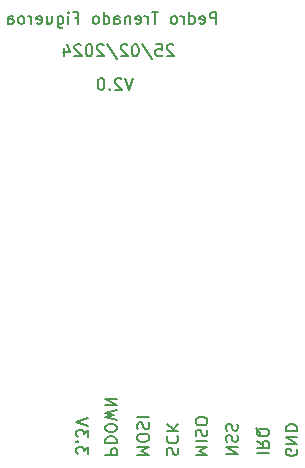
<source format=gbo>
G04 #@! TF.GenerationSoftware,KiCad,Pcbnew,7.0.9*
G04 #@! TF.CreationDate,2024-04-20T19:04:57+02:00*
G04 #@! TF.ProjectId,NFC_Programmer,4e46435f-5072-46f6-9772-616d6d65722e,3.0*
G04 #@! TF.SameCoordinates,Original*
G04 #@! TF.FileFunction,Legend,Bot*
G04 #@! TF.FilePolarity,Positive*
%FSLAX46Y46*%
G04 Gerber Fmt 4.6, Leading zero omitted, Abs format (unit mm)*
G04 Created by KiCad (PCBNEW 7.0.9) date 2024-04-20 19:04:57*
%MOMM*%
%LPD*%
G01*
G04 APERTURE LIST*
%ADD10C,0.153000*%
%ADD11C,3.000000*%
%ADD12R,1.700000X1.700000*%
%ADD13O,1.700000X1.700000*%
G04 APERTURE END LIST*
D10*
X138150336Y-106796485D02*
X138150336Y-106177438D01*
X138150336Y-106177438D02*
X137769384Y-106510771D01*
X137769384Y-106510771D02*
X137769384Y-106367914D01*
X137769384Y-106367914D02*
X137721765Y-106272676D01*
X137721765Y-106272676D02*
X137674146Y-106225057D01*
X137674146Y-106225057D02*
X137578908Y-106177438D01*
X137578908Y-106177438D02*
X137340813Y-106177438D01*
X137340813Y-106177438D02*
X137245575Y-106225057D01*
X137245575Y-106225057D02*
X137197956Y-106272676D01*
X137197956Y-106272676D02*
X137150336Y-106367914D01*
X137150336Y-106367914D02*
X137150336Y-106653628D01*
X137150336Y-106653628D02*
X137197956Y-106748866D01*
X137197956Y-106748866D02*
X137245575Y-106796485D01*
X137245575Y-105748866D02*
X137197956Y-105701247D01*
X137197956Y-105701247D02*
X137150336Y-105748866D01*
X137150336Y-105748866D02*
X137197956Y-105796485D01*
X137197956Y-105796485D02*
X137245575Y-105748866D01*
X137245575Y-105748866D02*
X137150336Y-105748866D01*
X138150336Y-105367914D02*
X138150336Y-104748867D01*
X138150336Y-104748867D02*
X137769384Y-105082200D01*
X137769384Y-105082200D02*
X137769384Y-104939343D01*
X137769384Y-104939343D02*
X137721765Y-104844105D01*
X137721765Y-104844105D02*
X137674146Y-104796486D01*
X137674146Y-104796486D02*
X137578908Y-104748867D01*
X137578908Y-104748867D02*
X137340813Y-104748867D01*
X137340813Y-104748867D02*
X137245575Y-104796486D01*
X137245575Y-104796486D02*
X137197956Y-104844105D01*
X137197956Y-104844105D02*
X137150336Y-104939343D01*
X137150336Y-104939343D02*
X137150336Y-105225057D01*
X137150336Y-105225057D02*
X137197956Y-105320295D01*
X137197956Y-105320295D02*
X137245575Y-105367914D01*
X138150336Y-104463152D02*
X137150336Y-104129819D01*
X137150336Y-104129819D02*
X138150336Y-103796486D01*
X142300336Y-106851247D02*
X143300336Y-106851247D01*
X143300336Y-106851247D02*
X142586051Y-106517914D01*
X142586051Y-106517914D02*
X143300336Y-106184581D01*
X143300336Y-106184581D02*
X142300336Y-106184581D01*
X143300336Y-105517914D02*
X143300336Y-105327438D01*
X143300336Y-105327438D02*
X143252717Y-105232200D01*
X143252717Y-105232200D02*
X143157479Y-105136962D01*
X143157479Y-105136962D02*
X142967003Y-105089343D01*
X142967003Y-105089343D02*
X142633670Y-105089343D01*
X142633670Y-105089343D02*
X142443194Y-105136962D01*
X142443194Y-105136962D02*
X142347956Y-105232200D01*
X142347956Y-105232200D02*
X142300336Y-105327438D01*
X142300336Y-105327438D02*
X142300336Y-105517914D01*
X142300336Y-105517914D02*
X142347956Y-105613152D01*
X142347956Y-105613152D02*
X142443194Y-105708390D01*
X142443194Y-105708390D02*
X142633670Y-105756009D01*
X142633670Y-105756009D02*
X142967003Y-105756009D01*
X142967003Y-105756009D02*
X143157479Y-105708390D01*
X143157479Y-105708390D02*
X143252717Y-105613152D01*
X143252717Y-105613152D02*
X143300336Y-105517914D01*
X142347956Y-104708390D02*
X142300336Y-104565533D01*
X142300336Y-104565533D02*
X142300336Y-104327438D01*
X142300336Y-104327438D02*
X142347956Y-104232200D01*
X142347956Y-104232200D02*
X142395575Y-104184581D01*
X142395575Y-104184581D02*
X142490813Y-104136962D01*
X142490813Y-104136962D02*
X142586051Y-104136962D01*
X142586051Y-104136962D02*
X142681289Y-104184581D01*
X142681289Y-104184581D02*
X142728908Y-104232200D01*
X142728908Y-104232200D02*
X142776527Y-104327438D01*
X142776527Y-104327438D02*
X142824146Y-104517914D01*
X142824146Y-104517914D02*
X142871765Y-104613152D01*
X142871765Y-104613152D02*
X142919384Y-104660771D01*
X142919384Y-104660771D02*
X143014622Y-104708390D01*
X143014622Y-104708390D02*
X143109860Y-104708390D01*
X143109860Y-104708390D02*
X143205098Y-104660771D01*
X143205098Y-104660771D02*
X143252717Y-104613152D01*
X143252717Y-104613152D02*
X143300336Y-104517914D01*
X143300336Y-104517914D02*
X143300336Y-104279819D01*
X143300336Y-104279819D02*
X143252717Y-104136962D01*
X142300336Y-103708390D02*
X143300336Y-103708390D01*
X141904104Y-74979663D02*
X141570771Y-75979663D01*
X141570771Y-75979663D02*
X141237438Y-74979663D01*
X140951723Y-75074901D02*
X140904104Y-75027282D01*
X140904104Y-75027282D02*
X140808866Y-74979663D01*
X140808866Y-74979663D02*
X140570771Y-74979663D01*
X140570771Y-74979663D02*
X140475533Y-75027282D01*
X140475533Y-75027282D02*
X140427914Y-75074901D01*
X140427914Y-75074901D02*
X140380295Y-75170139D01*
X140380295Y-75170139D02*
X140380295Y-75265377D01*
X140380295Y-75265377D02*
X140427914Y-75408234D01*
X140427914Y-75408234D02*
X140999342Y-75979663D01*
X140999342Y-75979663D02*
X140380295Y-75979663D01*
X139951723Y-75884424D02*
X139904104Y-75932044D01*
X139904104Y-75932044D02*
X139951723Y-75979663D01*
X139951723Y-75979663D02*
X139999342Y-75932044D01*
X139999342Y-75932044D02*
X139951723Y-75884424D01*
X139951723Y-75884424D02*
X139951723Y-75979663D01*
X139285057Y-74979663D02*
X139189819Y-74979663D01*
X139189819Y-74979663D02*
X139094581Y-75027282D01*
X139094581Y-75027282D02*
X139046962Y-75074901D01*
X139046962Y-75074901D02*
X138999343Y-75170139D01*
X138999343Y-75170139D02*
X138951724Y-75360615D01*
X138951724Y-75360615D02*
X138951724Y-75598710D01*
X138951724Y-75598710D02*
X138999343Y-75789186D01*
X138999343Y-75789186D02*
X139046962Y-75884424D01*
X139046962Y-75884424D02*
X139094581Y-75932044D01*
X139094581Y-75932044D02*
X139189819Y-75979663D01*
X139189819Y-75979663D02*
X139285057Y-75979663D01*
X139285057Y-75979663D02*
X139380295Y-75932044D01*
X139380295Y-75932044D02*
X139427914Y-75884424D01*
X139427914Y-75884424D02*
X139475533Y-75789186D01*
X139475533Y-75789186D02*
X139523152Y-75598710D01*
X139523152Y-75598710D02*
X139523152Y-75360615D01*
X139523152Y-75360615D02*
X139475533Y-75170139D01*
X139475533Y-75170139D02*
X139427914Y-75074901D01*
X139427914Y-75074901D02*
X139380295Y-75027282D01*
X139380295Y-75027282D02*
X139285057Y-74979663D01*
X145358866Y-72214901D02*
X145311247Y-72167282D01*
X145311247Y-72167282D02*
X145216009Y-72119663D01*
X145216009Y-72119663D02*
X144977914Y-72119663D01*
X144977914Y-72119663D02*
X144882676Y-72167282D01*
X144882676Y-72167282D02*
X144835057Y-72214901D01*
X144835057Y-72214901D02*
X144787438Y-72310139D01*
X144787438Y-72310139D02*
X144787438Y-72405377D01*
X144787438Y-72405377D02*
X144835057Y-72548234D01*
X144835057Y-72548234D02*
X145406485Y-73119663D01*
X145406485Y-73119663D02*
X144787438Y-73119663D01*
X143882676Y-72119663D02*
X144358866Y-72119663D01*
X144358866Y-72119663D02*
X144406485Y-72595853D01*
X144406485Y-72595853D02*
X144358866Y-72548234D01*
X144358866Y-72548234D02*
X144263628Y-72500615D01*
X144263628Y-72500615D02*
X144025533Y-72500615D01*
X144025533Y-72500615D02*
X143930295Y-72548234D01*
X143930295Y-72548234D02*
X143882676Y-72595853D01*
X143882676Y-72595853D02*
X143835057Y-72691091D01*
X143835057Y-72691091D02*
X143835057Y-72929186D01*
X143835057Y-72929186D02*
X143882676Y-73024424D01*
X143882676Y-73024424D02*
X143930295Y-73072044D01*
X143930295Y-73072044D02*
X144025533Y-73119663D01*
X144025533Y-73119663D02*
X144263628Y-73119663D01*
X144263628Y-73119663D02*
X144358866Y-73072044D01*
X144358866Y-73072044D02*
X144406485Y-73024424D01*
X142692200Y-72072044D02*
X143549342Y-73357758D01*
X142168390Y-72119663D02*
X142073152Y-72119663D01*
X142073152Y-72119663D02*
X141977914Y-72167282D01*
X141977914Y-72167282D02*
X141930295Y-72214901D01*
X141930295Y-72214901D02*
X141882676Y-72310139D01*
X141882676Y-72310139D02*
X141835057Y-72500615D01*
X141835057Y-72500615D02*
X141835057Y-72738710D01*
X141835057Y-72738710D02*
X141882676Y-72929186D01*
X141882676Y-72929186D02*
X141930295Y-73024424D01*
X141930295Y-73024424D02*
X141977914Y-73072044D01*
X141977914Y-73072044D02*
X142073152Y-73119663D01*
X142073152Y-73119663D02*
X142168390Y-73119663D01*
X142168390Y-73119663D02*
X142263628Y-73072044D01*
X142263628Y-73072044D02*
X142311247Y-73024424D01*
X142311247Y-73024424D02*
X142358866Y-72929186D01*
X142358866Y-72929186D02*
X142406485Y-72738710D01*
X142406485Y-72738710D02*
X142406485Y-72500615D01*
X142406485Y-72500615D02*
X142358866Y-72310139D01*
X142358866Y-72310139D02*
X142311247Y-72214901D01*
X142311247Y-72214901D02*
X142263628Y-72167282D01*
X142263628Y-72167282D02*
X142168390Y-72119663D01*
X141454104Y-72214901D02*
X141406485Y-72167282D01*
X141406485Y-72167282D02*
X141311247Y-72119663D01*
X141311247Y-72119663D02*
X141073152Y-72119663D01*
X141073152Y-72119663D02*
X140977914Y-72167282D01*
X140977914Y-72167282D02*
X140930295Y-72214901D01*
X140930295Y-72214901D02*
X140882676Y-72310139D01*
X140882676Y-72310139D02*
X140882676Y-72405377D01*
X140882676Y-72405377D02*
X140930295Y-72548234D01*
X140930295Y-72548234D02*
X141501723Y-73119663D01*
X141501723Y-73119663D02*
X140882676Y-73119663D01*
X139739819Y-72072044D02*
X140596961Y-73357758D01*
X139454104Y-72214901D02*
X139406485Y-72167282D01*
X139406485Y-72167282D02*
X139311247Y-72119663D01*
X139311247Y-72119663D02*
X139073152Y-72119663D01*
X139073152Y-72119663D02*
X138977914Y-72167282D01*
X138977914Y-72167282D02*
X138930295Y-72214901D01*
X138930295Y-72214901D02*
X138882676Y-72310139D01*
X138882676Y-72310139D02*
X138882676Y-72405377D01*
X138882676Y-72405377D02*
X138930295Y-72548234D01*
X138930295Y-72548234D02*
X139501723Y-73119663D01*
X139501723Y-73119663D02*
X138882676Y-73119663D01*
X138263628Y-72119663D02*
X138168390Y-72119663D01*
X138168390Y-72119663D02*
X138073152Y-72167282D01*
X138073152Y-72167282D02*
X138025533Y-72214901D01*
X138025533Y-72214901D02*
X137977914Y-72310139D01*
X137977914Y-72310139D02*
X137930295Y-72500615D01*
X137930295Y-72500615D02*
X137930295Y-72738710D01*
X137930295Y-72738710D02*
X137977914Y-72929186D01*
X137977914Y-72929186D02*
X138025533Y-73024424D01*
X138025533Y-73024424D02*
X138073152Y-73072044D01*
X138073152Y-73072044D02*
X138168390Y-73119663D01*
X138168390Y-73119663D02*
X138263628Y-73119663D01*
X138263628Y-73119663D02*
X138358866Y-73072044D01*
X138358866Y-73072044D02*
X138406485Y-73024424D01*
X138406485Y-73024424D02*
X138454104Y-72929186D01*
X138454104Y-72929186D02*
X138501723Y-72738710D01*
X138501723Y-72738710D02*
X138501723Y-72500615D01*
X138501723Y-72500615D02*
X138454104Y-72310139D01*
X138454104Y-72310139D02*
X138406485Y-72214901D01*
X138406485Y-72214901D02*
X138358866Y-72167282D01*
X138358866Y-72167282D02*
X138263628Y-72119663D01*
X137549342Y-72214901D02*
X137501723Y-72167282D01*
X137501723Y-72167282D02*
X137406485Y-72119663D01*
X137406485Y-72119663D02*
X137168390Y-72119663D01*
X137168390Y-72119663D02*
X137073152Y-72167282D01*
X137073152Y-72167282D02*
X137025533Y-72214901D01*
X137025533Y-72214901D02*
X136977914Y-72310139D01*
X136977914Y-72310139D02*
X136977914Y-72405377D01*
X136977914Y-72405377D02*
X137025533Y-72548234D01*
X137025533Y-72548234D02*
X137596961Y-73119663D01*
X137596961Y-73119663D02*
X136977914Y-73119663D01*
X136120771Y-72452996D02*
X136120771Y-73119663D01*
X136358866Y-72072044D02*
X136596961Y-72786329D01*
X136596961Y-72786329D02*
X135977914Y-72786329D01*
X155812717Y-106397438D02*
X155860336Y-106492676D01*
X155860336Y-106492676D02*
X155860336Y-106635533D01*
X155860336Y-106635533D02*
X155812717Y-106778390D01*
X155812717Y-106778390D02*
X155717479Y-106873628D01*
X155717479Y-106873628D02*
X155622241Y-106921247D01*
X155622241Y-106921247D02*
X155431765Y-106968866D01*
X155431765Y-106968866D02*
X155288908Y-106968866D01*
X155288908Y-106968866D02*
X155098432Y-106921247D01*
X155098432Y-106921247D02*
X155003194Y-106873628D01*
X155003194Y-106873628D02*
X154907956Y-106778390D01*
X154907956Y-106778390D02*
X154860336Y-106635533D01*
X154860336Y-106635533D02*
X154860336Y-106540295D01*
X154860336Y-106540295D02*
X154907956Y-106397438D01*
X154907956Y-106397438D02*
X154955575Y-106349819D01*
X154955575Y-106349819D02*
X155288908Y-106349819D01*
X155288908Y-106349819D02*
X155288908Y-106540295D01*
X154860336Y-105921247D02*
X155860336Y-105921247D01*
X155860336Y-105921247D02*
X154860336Y-105349819D01*
X154860336Y-105349819D02*
X155860336Y-105349819D01*
X154860336Y-104873628D02*
X155860336Y-104873628D01*
X155860336Y-104873628D02*
X155860336Y-104635533D01*
X155860336Y-104635533D02*
X155812717Y-104492676D01*
X155812717Y-104492676D02*
X155717479Y-104397438D01*
X155717479Y-104397438D02*
X155622241Y-104349819D01*
X155622241Y-104349819D02*
X155431765Y-104302200D01*
X155431765Y-104302200D02*
X155288908Y-104302200D01*
X155288908Y-104302200D02*
X155098432Y-104349819D01*
X155098432Y-104349819D02*
X155003194Y-104397438D01*
X155003194Y-104397438D02*
X154907956Y-104492676D01*
X154907956Y-104492676D02*
X154860336Y-104635533D01*
X154860336Y-104635533D02*
X154860336Y-104873628D01*
X139580336Y-106881247D02*
X140580336Y-106881247D01*
X140580336Y-106881247D02*
X140580336Y-106500295D01*
X140580336Y-106500295D02*
X140532717Y-106405057D01*
X140532717Y-106405057D02*
X140485098Y-106357438D01*
X140485098Y-106357438D02*
X140389860Y-106309819D01*
X140389860Y-106309819D02*
X140247003Y-106309819D01*
X140247003Y-106309819D02*
X140151765Y-106357438D01*
X140151765Y-106357438D02*
X140104146Y-106405057D01*
X140104146Y-106405057D02*
X140056527Y-106500295D01*
X140056527Y-106500295D02*
X140056527Y-106881247D01*
X139580336Y-105881247D02*
X140580336Y-105881247D01*
X140580336Y-105881247D02*
X140580336Y-105643152D01*
X140580336Y-105643152D02*
X140532717Y-105500295D01*
X140532717Y-105500295D02*
X140437479Y-105405057D01*
X140437479Y-105405057D02*
X140342241Y-105357438D01*
X140342241Y-105357438D02*
X140151765Y-105309819D01*
X140151765Y-105309819D02*
X140008908Y-105309819D01*
X140008908Y-105309819D02*
X139818432Y-105357438D01*
X139818432Y-105357438D02*
X139723194Y-105405057D01*
X139723194Y-105405057D02*
X139627956Y-105500295D01*
X139627956Y-105500295D02*
X139580336Y-105643152D01*
X139580336Y-105643152D02*
X139580336Y-105881247D01*
X140580336Y-104690771D02*
X140580336Y-104500295D01*
X140580336Y-104500295D02*
X140532717Y-104405057D01*
X140532717Y-104405057D02*
X140437479Y-104309819D01*
X140437479Y-104309819D02*
X140247003Y-104262200D01*
X140247003Y-104262200D02*
X139913670Y-104262200D01*
X139913670Y-104262200D02*
X139723194Y-104309819D01*
X139723194Y-104309819D02*
X139627956Y-104405057D01*
X139627956Y-104405057D02*
X139580336Y-104500295D01*
X139580336Y-104500295D02*
X139580336Y-104690771D01*
X139580336Y-104690771D02*
X139627956Y-104786009D01*
X139627956Y-104786009D02*
X139723194Y-104881247D01*
X139723194Y-104881247D02*
X139913670Y-104928866D01*
X139913670Y-104928866D02*
X140247003Y-104928866D01*
X140247003Y-104928866D02*
X140437479Y-104881247D01*
X140437479Y-104881247D02*
X140532717Y-104786009D01*
X140532717Y-104786009D02*
X140580336Y-104690771D01*
X140580336Y-103928866D02*
X139580336Y-103690771D01*
X139580336Y-103690771D02*
X140294622Y-103500295D01*
X140294622Y-103500295D02*
X139580336Y-103309819D01*
X139580336Y-103309819D02*
X140580336Y-103071724D01*
X139580336Y-102690771D02*
X140580336Y-102690771D01*
X140580336Y-102690771D02*
X139580336Y-102119343D01*
X139580336Y-102119343D02*
X140580336Y-102119343D01*
X148991247Y-70389663D02*
X148991247Y-69389663D01*
X148991247Y-69389663D02*
X148610295Y-69389663D01*
X148610295Y-69389663D02*
X148515057Y-69437282D01*
X148515057Y-69437282D02*
X148467438Y-69484901D01*
X148467438Y-69484901D02*
X148419819Y-69580139D01*
X148419819Y-69580139D02*
X148419819Y-69722996D01*
X148419819Y-69722996D02*
X148467438Y-69818234D01*
X148467438Y-69818234D02*
X148515057Y-69865853D01*
X148515057Y-69865853D02*
X148610295Y-69913472D01*
X148610295Y-69913472D02*
X148991247Y-69913472D01*
X147610295Y-70342044D02*
X147705533Y-70389663D01*
X147705533Y-70389663D02*
X147896009Y-70389663D01*
X147896009Y-70389663D02*
X147991247Y-70342044D01*
X147991247Y-70342044D02*
X148038866Y-70246805D01*
X148038866Y-70246805D02*
X148038866Y-69865853D01*
X148038866Y-69865853D02*
X147991247Y-69770615D01*
X147991247Y-69770615D02*
X147896009Y-69722996D01*
X147896009Y-69722996D02*
X147705533Y-69722996D01*
X147705533Y-69722996D02*
X147610295Y-69770615D01*
X147610295Y-69770615D02*
X147562676Y-69865853D01*
X147562676Y-69865853D02*
X147562676Y-69961091D01*
X147562676Y-69961091D02*
X148038866Y-70056329D01*
X146705533Y-70389663D02*
X146705533Y-69389663D01*
X146705533Y-70342044D02*
X146800771Y-70389663D01*
X146800771Y-70389663D02*
X146991247Y-70389663D01*
X146991247Y-70389663D02*
X147086485Y-70342044D01*
X147086485Y-70342044D02*
X147134104Y-70294424D01*
X147134104Y-70294424D02*
X147181723Y-70199186D01*
X147181723Y-70199186D02*
X147181723Y-69913472D01*
X147181723Y-69913472D02*
X147134104Y-69818234D01*
X147134104Y-69818234D02*
X147086485Y-69770615D01*
X147086485Y-69770615D02*
X146991247Y-69722996D01*
X146991247Y-69722996D02*
X146800771Y-69722996D01*
X146800771Y-69722996D02*
X146705533Y-69770615D01*
X146229342Y-70389663D02*
X146229342Y-69722996D01*
X146229342Y-69913472D02*
X146181723Y-69818234D01*
X146181723Y-69818234D02*
X146134104Y-69770615D01*
X146134104Y-69770615D02*
X146038866Y-69722996D01*
X146038866Y-69722996D02*
X145943628Y-69722996D01*
X145467437Y-70389663D02*
X145562675Y-70342044D01*
X145562675Y-70342044D02*
X145610294Y-70294424D01*
X145610294Y-70294424D02*
X145657913Y-70199186D01*
X145657913Y-70199186D02*
X145657913Y-69913472D01*
X145657913Y-69913472D02*
X145610294Y-69818234D01*
X145610294Y-69818234D02*
X145562675Y-69770615D01*
X145562675Y-69770615D02*
X145467437Y-69722996D01*
X145467437Y-69722996D02*
X145324580Y-69722996D01*
X145324580Y-69722996D02*
X145229342Y-69770615D01*
X145229342Y-69770615D02*
X145181723Y-69818234D01*
X145181723Y-69818234D02*
X145134104Y-69913472D01*
X145134104Y-69913472D02*
X145134104Y-70199186D01*
X145134104Y-70199186D02*
X145181723Y-70294424D01*
X145181723Y-70294424D02*
X145229342Y-70342044D01*
X145229342Y-70342044D02*
X145324580Y-70389663D01*
X145324580Y-70389663D02*
X145467437Y-70389663D01*
X144086484Y-69389663D02*
X143515056Y-69389663D01*
X143800770Y-70389663D02*
X143800770Y-69389663D01*
X143181722Y-70389663D02*
X143181722Y-69722996D01*
X143181722Y-69913472D02*
X143134103Y-69818234D01*
X143134103Y-69818234D02*
X143086484Y-69770615D01*
X143086484Y-69770615D02*
X142991246Y-69722996D01*
X142991246Y-69722996D02*
X142896008Y-69722996D01*
X142181722Y-70342044D02*
X142276960Y-70389663D01*
X142276960Y-70389663D02*
X142467436Y-70389663D01*
X142467436Y-70389663D02*
X142562674Y-70342044D01*
X142562674Y-70342044D02*
X142610293Y-70246805D01*
X142610293Y-70246805D02*
X142610293Y-69865853D01*
X142610293Y-69865853D02*
X142562674Y-69770615D01*
X142562674Y-69770615D02*
X142467436Y-69722996D01*
X142467436Y-69722996D02*
X142276960Y-69722996D01*
X142276960Y-69722996D02*
X142181722Y-69770615D01*
X142181722Y-69770615D02*
X142134103Y-69865853D01*
X142134103Y-69865853D02*
X142134103Y-69961091D01*
X142134103Y-69961091D02*
X142610293Y-70056329D01*
X141705531Y-69722996D02*
X141705531Y-70389663D01*
X141705531Y-69818234D02*
X141657912Y-69770615D01*
X141657912Y-69770615D02*
X141562674Y-69722996D01*
X141562674Y-69722996D02*
X141419817Y-69722996D01*
X141419817Y-69722996D02*
X141324579Y-69770615D01*
X141324579Y-69770615D02*
X141276960Y-69865853D01*
X141276960Y-69865853D02*
X141276960Y-70389663D01*
X140372198Y-70389663D02*
X140372198Y-69865853D01*
X140372198Y-69865853D02*
X140419817Y-69770615D01*
X140419817Y-69770615D02*
X140515055Y-69722996D01*
X140515055Y-69722996D02*
X140705531Y-69722996D01*
X140705531Y-69722996D02*
X140800769Y-69770615D01*
X140372198Y-70342044D02*
X140467436Y-70389663D01*
X140467436Y-70389663D02*
X140705531Y-70389663D01*
X140705531Y-70389663D02*
X140800769Y-70342044D01*
X140800769Y-70342044D02*
X140848388Y-70246805D01*
X140848388Y-70246805D02*
X140848388Y-70151567D01*
X140848388Y-70151567D02*
X140800769Y-70056329D01*
X140800769Y-70056329D02*
X140705531Y-70008710D01*
X140705531Y-70008710D02*
X140467436Y-70008710D01*
X140467436Y-70008710D02*
X140372198Y-69961091D01*
X139467436Y-70389663D02*
X139467436Y-69389663D01*
X139467436Y-70342044D02*
X139562674Y-70389663D01*
X139562674Y-70389663D02*
X139753150Y-70389663D01*
X139753150Y-70389663D02*
X139848388Y-70342044D01*
X139848388Y-70342044D02*
X139896007Y-70294424D01*
X139896007Y-70294424D02*
X139943626Y-70199186D01*
X139943626Y-70199186D02*
X139943626Y-69913472D01*
X139943626Y-69913472D02*
X139896007Y-69818234D01*
X139896007Y-69818234D02*
X139848388Y-69770615D01*
X139848388Y-69770615D02*
X139753150Y-69722996D01*
X139753150Y-69722996D02*
X139562674Y-69722996D01*
X139562674Y-69722996D02*
X139467436Y-69770615D01*
X138848388Y-70389663D02*
X138943626Y-70342044D01*
X138943626Y-70342044D02*
X138991245Y-70294424D01*
X138991245Y-70294424D02*
X139038864Y-70199186D01*
X139038864Y-70199186D02*
X139038864Y-69913472D01*
X139038864Y-69913472D02*
X138991245Y-69818234D01*
X138991245Y-69818234D02*
X138943626Y-69770615D01*
X138943626Y-69770615D02*
X138848388Y-69722996D01*
X138848388Y-69722996D02*
X138705531Y-69722996D01*
X138705531Y-69722996D02*
X138610293Y-69770615D01*
X138610293Y-69770615D02*
X138562674Y-69818234D01*
X138562674Y-69818234D02*
X138515055Y-69913472D01*
X138515055Y-69913472D02*
X138515055Y-70199186D01*
X138515055Y-70199186D02*
X138562674Y-70294424D01*
X138562674Y-70294424D02*
X138610293Y-70342044D01*
X138610293Y-70342044D02*
X138705531Y-70389663D01*
X138705531Y-70389663D02*
X138848388Y-70389663D01*
X136991245Y-69865853D02*
X137324578Y-69865853D01*
X137324578Y-70389663D02*
X137324578Y-69389663D01*
X137324578Y-69389663D02*
X136848388Y-69389663D01*
X136467435Y-70389663D02*
X136467435Y-69722996D01*
X136467435Y-69389663D02*
X136515054Y-69437282D01*
X136515054Y-69437282D02*
X136467435Y-69484901D01*
X136467435Y-69484901D02*
X136419816Y-69437282D01*
X136419816Y-69437282D02*
X136467435Y-69389663D01*
X136467435Y-69389663D02*
X136467435Y-69484901D01*
X135562674Y-69722996D02*
X135562674Y-70532520D01*
X135562674Y-70532520D02*
X135610293Y-70627758D01*
X135610293Y-70627758D02*
X135657912Y-70675377D01*
X135657912Y-70675377D02*
X135753150Y-70722996D01*
X135753150Y-70722996D02*
X135896007Y-70722996D01*
X135896007Y-70722996D02*
X135991245Y-70675377D01*
X135562674Y-70342044D02*
X135657912Y-70389663D01*
X135657912Y-70389663D02*
X135848388Y-70389663D01*
X135848388Y-70389663D02*
X135943626Y-70342044D01*
X135943626Y-70342044D02*
X135991245Y-70294424D01*
X135991245Y-70294424D02*
X136038864Y-70199186D01*
X136038864Y-70199186D02*
X136038864Y-69913472D01*
X136038864Y-69913472D02*
X135991245Y-69818234D01*
X135991245Y-69818234D02*
X135943626Y-69770615D01*
X135943626Y-69770615D02*
X135848388Y-69722996D01*
X135848388Y-69722996D02*
X135657912Y-69722996D01*
X135657912Y-69722996D02*
X135562674Y-69770615D01*
X134657912Y-69722996D02*
X134657912Y-70389663D01*
X135086483Y-69722996D02*
X135086483Y-70246805D01*
X135086483Y-70246805D02*
X135038864Y-70342044D01*
X135038864Y-70342044D02*
X134943626Y-70389663D01*
X134943626Y-70389663D02*
X134800769Y-70389663D01*
X134800769Y-70389663D02*
X134705531Y-70342044D01*
X134705531Y-70342044D02*
X134657912Y-70294424D01*
X133800769Y-70342044D02*
X133896007Y-70389663D01*
X133896007Y-70389663D02*
X134086483Y-70389663D01*
X134086483Y-70389663D02*
X134181721Y-70342044D01*
X134181721Y-70342044D02*
X134229340Y-70246805D01*
X134229340Y-70246805D02*
X134229340Y-69865853D01*
X134229340Y-69865853D02*
X134181721Y-69770615D01*
X134181721Y-69770615D02*
X134086483Y-69722996D01*
X134086483Y-69722996D02*
X133896007Y-69722996D01*
X133896007Y-69722996D02*
X133800769Y-69770615D01*
X133800769Y-69770615D02*
X133753150Y-69865853D01*
X133753150Y-69865853D02*
X133753150Y-69961091D01*
X133753150Y-69961091D02*
X134229340Y-70056329D01*
X133324578Y-70389663D02*
X133324578Y-69722996D01*
X133324578Y-69913472D02*
X133276959Y-69818234D01*
X133276959Y-69818234D02*
X133229340Y-69770615D01*
X133229340Y-69770615D02*
X133134102Y-69722996D01*
X133134102Y-69722996D02*
X133038864Y-69722996D01*
X132562673Y-70389663D02*
X132657911Y-70342044D01*
X132657911Y-70342044D02*
X132705530Y-70294424D01*
X132705530Y-70294424D02*
X132753149Y-70199186D01*
X132753149Y-70199186D02*
X132753149Y-69913472D01*
X132753149Y-69913472D02*
X132705530Y-69818234D01*
X132705530Y-69818234D02*
X132657911Y-69770615D01*
X132657911Y-69770615D02*
X132562673Y-69722996D01*
X132562673Y-69722996D02*
X132419816Y-69722996D01*
X132419816Y-69722996D02*
X132324578Y-69770615D01*
X132324578Y-69770615D02*
X132276959Y-69818234D01*
X132276959Y-69818234D02*
X132229340Y-69913472D01*
X132229340Y-69913472D02*
X132229340Y-70199186D01*
X132229340Y-70199186D02*
X132276959Y-70294424D01*
X132276959Y-70294424D02*
X132324578Y-70342044D01*
X132324578Y-70342044D02*
X132419816Y-70389663D01*
X132419816Y-70389663D02*
X132562673Y-70389663D01*
X131372197Y-70389663D02*
X131372197Y-69865853D01*
X131372197Y-69865853D02*
X131419816Y-69770615D01*
X131419816Y-69770615D02*
X131515054Y-69722996D01*
X131515054Y-69722996D02*
X131705530Y-69722996D01*
X131705530Y-69722996D02*
X131800768Y-69770615D01*
X131372197Y-70342044D02*
X131467435Y-70389663D01*
X131467435Y-70389663D02*
X131705530Y-70389663D01*
X131705530Y-70389663D02*
X131800768Y-70342044D01*
X131800768Y-70342044D02*
X131848387Y-70246805D01*
X131848387Y-70246805D02*
X131848387Y-70151567D01*
X131848387Y-70151567D02*
X131800768Y-70056329D01*
X131800768Y-70056329D02*
X131705530Y-70008710D01*
X131705530Y-70008710D02*
X131467435Y-70008710D01*
X131467435Y-70008710D02*
X131372197Y-69961091D01*
X149820336Y-106781247D02*
X150820336Y-106781247D01*
X150820336Y-106781247D02*
X149820336Y-106209819D01*
X149820336Y-106209819D02*
X150820336Y-106209819D01*
X149867956Y-105781247D02*
X149820336Y-105638390D01*
X149820336Y-105638390D02*
X149820336Y-105400295D01*
X149820336Y-105400295D02*
X149867956Y-105305057D01*
X149867956Y-105305057D02*
X149915575Y-105257438D01*
X149915575Y-105257438D02*
X150010813Y-105209819D01*
X150010813Y-105209819D02*
X150106051Y-105209819D01*
X150106051Y-105209819D02*
X150201289Y-105257438D01*
X150201289Y-105257438D02*
X150248908Y-105305057D01*
X150248908Y-105305057D02*
X150296527Y-105400295D01*
X150296527Y-105400295D02*
X150344146Y-105590771D01*
X150344146Y-105590771D02*
X150391765Y-105686009D01*
X150391765Y-105686009D02*
X150439384Y-105733628D01*
X150439384Y-105733628D02*
X150534622Y-105781247D01*
X150534622Y-105781247D02*
X150629860Y-105781247D01*
X150629860Y-105781247D02*
X150725098Y-105733628D01*
X150725098Y-105733628D02*
X150772717Y-105686009D01*
X150772717Y-105686009D02*
X150820336Y-105590771D01*
X150820336Y-105590771D02*
X150820336Y-105352676D01*
X150820336Y-105352676D02*
X150772717Y-105209819D01*
X149867956Y-104828866D02*
X149820336Y-104686009D01*
X149820336Y-104686009D02*
X149820336Y-104447914D01*
X149820336Y-104447914D02*
X149867956Y-104352676D01*
X149867956Y-104352676D02*
X149915575Y-104305057D01*
X149915575Y-104305057D02*
X150010813Y-104257438D01*
X150010813Y-104257438D02*
X150106051Y-104257438D01*
X150106051Y-104257438D02*
X150201289Y-104305057D01*
X150201289Y-104305057D02*
X150248908Y-104352676D01*
X150248908Y-104352676D02*
X150296527Y-104447914D01*
X150296527Y-104447914D02*
X150344146Y-104638390D01*
X150344146Y-104638390D02*
X150391765Y-104733628D01*
X150391765Y-104733628D02*
X150439384Y-104781247D01*
X150439384Y-104781247D02*
X150534622Y-104828866D01*
X150534622Y-104828866D02*
X150629860Y-104828866D01*
X150629860Y-104828866D02*
X150725098Y-104781247D01*
X150725098Y-104781247D02*
X150772717Y-104733628D01*
X150772717Y-104733628D02*
X150820336Y-104638390D01*
X150820336Y-104638390D02*
X150820336Y-104400295D01*
X150820336Y-104400295D02*
X150772717Y-104257438D01*
X144837956Y-106858866D02*
X144790336Y-106716009D01*
X144790336Y-106716009D02*
X144790336Y-106477914D01*
X144790336Y-106477914D02*
X144837956Y-106382676D01*
X144837956Y-106382676D02*
X144885575Y-106335057D01*
X144885575Y-106335057D02*
X144980813Y-106287438D01*
X144980813Y-106287438D02*
X145076051Y-106287438D01*
X145076051Y-106287438D02*
X145171289Y-106335057D01*
X145171289Y-106335057D02*
X145218908Y-106382676D01*
X145218908Y-106382676D02*
X145266527Y-106477914D01*
X145266527Y-106477914D02*
X145314146Y-106668390D01*
X145314146Y-106668390D02*
X145361765Y-106763628D01*
X145361765Y-106763628D02*
X145409384Y-106811247D01*
X145409384Y-106811247D02*
X145504622Y-106858866D01*
X145504622Y-106858866D02*
X145599860Y-106858866D01*
X145599860Y-106858866D02*
X145695098Y-106811247D01*
X145695098Y-106811247D02*
X145742717Y-106763628D01*
X145742717Y-106763628D02*
X145790336Y-106668390D01*
X145790336Y-106668390D02*
X145790336Y-106430295D01*
X145790336Y-106430295D02*
X145742717Y-106287438D01*
X144885575Y-105287438D02*
X144837956Y-105335057D01*
X144837956Y-105335057D02*
X144790336Y-105477914D01*
X144790336Y-105477914D02*
X144790336Y-105573152D01*
X144790336Y-105573152D02*
X144837956Y-105716009D01*
X144837956Y-105716009D02*
X144933194Y-105811247D01*
X144933194Y-105811247D02*
X145028432Y-105858866D01*
X145028432Y-105858866D02*
X145218908Y-105906485D01*
X145218908Y-105906485D02*
X145361765Y-105906485D01*
X145361765Y-105906485D02*
X145552241Y-105858866D01*
X145552241Y-105858866D02*
X145647479Y-105811247D01*
X145647479Y-105811247D02*
X145742717Y-105716009D01*
X145742717Y-105716009D02*
X145790336Y-105573152D01*
X145790336Y-105573152D02*
X145790336Y-105477914D01*
X145790336Y-105477914D02*
X145742717Y-105335057D01*
X145742717Y-105335057D02*
X145695098Y-105287438D01*
X144790336Y-104858866D02*
X145790336Y-104858866D01*
X144790336Y-104287438D02*
X145361765Y-104716009D01*
X145790336Y-104287438D02*
X145218908Y-104858866D01*
X152450336Y-106741247D02*
X153450336Y-106741247D01*
X152450336Y-105693629D02*
X152926527Y-106026962D01*
X152450336Y-106265057D02*
X153450336Y-106265057D01*
X153450336Y-106265057D02*
X153450336Y-105884105D01*
X153450336Y-105884105D02*
X153402717Y-105788867D01*
X153402717Y-105788867D02*
X153355098Y-105741248D01*
X153355098Y-105741248D02*
X153259860Y-105693629D01*
X153259860Y-105693629D02*
X153117003Y-105693629D01*
X153117003Y-105693629D02*
X153021765Y-105741248D01*
X153021765Y-105741248D02*
X152974146Y-105788867D01*
X152974146Y-105788867D02*
X152926527Y-105884105D01*
X152926527Y-105884105D02*
X152926527Y-106265057D01*
X152355098Y-104598391D02*
X152402717Y-104693629D01*
X152402717Y-104693629D02*
X152497956Y-104788867D01*
X152497956Y-104788867D02*
X152640813Y-104931724D01*
X152640813Y-104931724D02*
X152688432Y-105026962D01*
X152688432Y-105026962D02*
X152688432Y-105122200D01*
X152450336Y-105074581D02*
X152497956Y-105169819D01*
X152497956Y-105169819D02*
X152593194Y-105265057D01*
X152593194Y-105265057D02*
X152783670Y-105312676D01*
X152783670Y-105312676D02*
X153117003Y-105312676D01*
X153117003Y-105312676D02*
X153307479Y-105265057D01*
X153307479Y-105265057D02*
X153402717Y-105169819D01*
X153402717Y-105169819D02*
X153450336Y-105074581D01*
X153450336Y-105074581D02*
X153450336Y-104884105D01*
X153450336Y-104884105D02*
X153402717Y-104788867D01*
X153402717Y-104788867D02*
X153307479Y-104693629D01*
X153307479Y-104693629D02*
X153117003Y-104646010D01*
X153117003Y-104646010D02*
X152783670Y-104646010D01*
X152783670Y-104646010D02*
X152593194Y-104693629D01*
X152593194Y-104693629D02*
X152497956Y-104788867D01*
X152497956Y-104788867D02*
X152450336Y-104884105D01*
X152450336Y-104884105D02*
X152450336Y-105074581D01*
X147240336Y-106881247D02*
X148240336Y-106881247D01*
X148240336Y-106881247D02*
X147526051Y-106547914D01*
X147526051Y-106547914D02*
X148240336Y-106214581D01*
X148240336Y-106214581D02*
X147240336Y-106214581D01*
X147240336Y-105738390D02*
X148240336Y-105738390D01*
X147287956Y-105309819D02*
X147240336Y-105166962D01*
X147240336Y-105166962D02*
X147240336Y-104928867D01*
X147240336Y-104928867D02*
X147287956Y-104833629D01*
X147287956Y-104833629D02*
X147335575Y-104786010D01*
X147335575Y-104786010D02*
X147430813Y-104738391D01*
X147430813Y-104738391D02*
X147526051Y-104738391D01*
X147526051Y-104738391D02*
X147621289Y-104786010D01*
X147621289Y-104786010D02*
X147668908Y-104833629D01*
X147668908Y-104833629D02*
X147716527Y-104928867D01*
X147716527Y-104928867D02*
X147764146Y-105119343D01*
X147764146Y-105119343D02*
X147811765Y-105214581D01*
X147811765Y-105214581D02*
X147859384Y-105262200D01*
X147859384Y-105262200D02*
X147954622Y-105309819D01*
X147954622Y-105309819D02*
X148049860Y-105309819D01*
X148049860Y-105309819D02*
X148145098Y-105262200D01*
X148145098Y-105262200D02*
X148192717Y-105214581D01*
X148192717Y-105214581D02*
X148240336Y-105119343D01*
X148240336Y-105119343D02*
X148240336Y-104881248D01*
X148240336Y-104881248D02*
X148192717Y-104738391D01*
X148240336Y-104119343D02*
X148240336Y-103928867D01*
X148240336Y-103928867D02*
X148192717Y-103833629D01*
X148192717Y-103833629D02*
X148097479Y-103738391D01*
X148097479Y-103738391D02*
X147907003Y-103690772D01*
X147907003Y-103690772D02*
X147573670Y-103690772D01*
X147573670Y-103690772D02*
X147383194Y-103738391D01*
X147383194Y-103738391D02*
X147287956Y-103833629D01*
X147287956Y-103833629D02*
X147240336Y-103928867D01*
X147240336Y-103928867D02*
X147240336Y-104119343D01*
X147240336Y-104119343D02*
X147287956Y-104214581D01*
X147287956Y-104214581D02*
X147383194Y-104309819D01*
X147383194Y-104309819D02*
X147573670Y-104357438D01*
X147573670Y-104357438D02*
X147907003Y-104357438D01*
X147907003Y-104357438D02*
X148097479Y-104309819D01*
X148097479Y-104309819D02*
X148192717Y-104214581D01*
X148192717Y-104214581D02*
X148240336Y-104119343D01*
%LPC*%
D11*
X124080000Y-58640000D03*
X156120000Y-58640000D03*
D12*
X128530000Y-103060000D03*
D13*
X131070000Y-103060000D03*
D11*
X124060000Y-88020000D03*
D12*
X137670000Y-108020000D03*
D13*
X140210000Y-108020000D03*
X142750000Y-108020000D03*
X145290000Y-108020000D03*
X147830000Y-108020000D03*
X150370000Y-108020000D03*
X152910000Y-108020000D03*
X155450000Y-108020000D03*
D11*
X156110000Y-88020000D03*
%LPD*%
M02*

</source>
